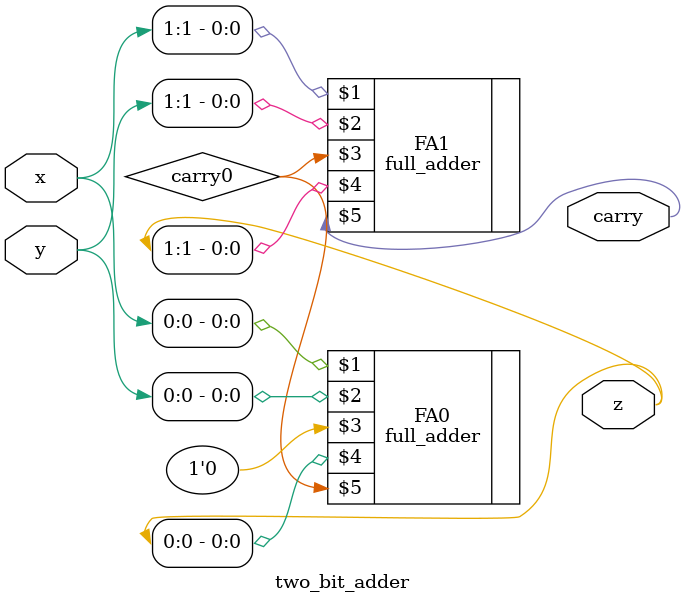
<source format=v>
`timescale 1ns / 1ps
module two_bit_adder (x, y, z, carry);
input [1:0] x;
input [1:0] y;
output [1:0] z;
wire [1:0] z;
output carry;
wire carry;
wire carry0;
full_adder FA0 (x[0], y[0], 1'b0, z[0], carry0);
full_adder FA1 (x[1], y[1], carry0, z[1], carry);
endmodule

</source>
